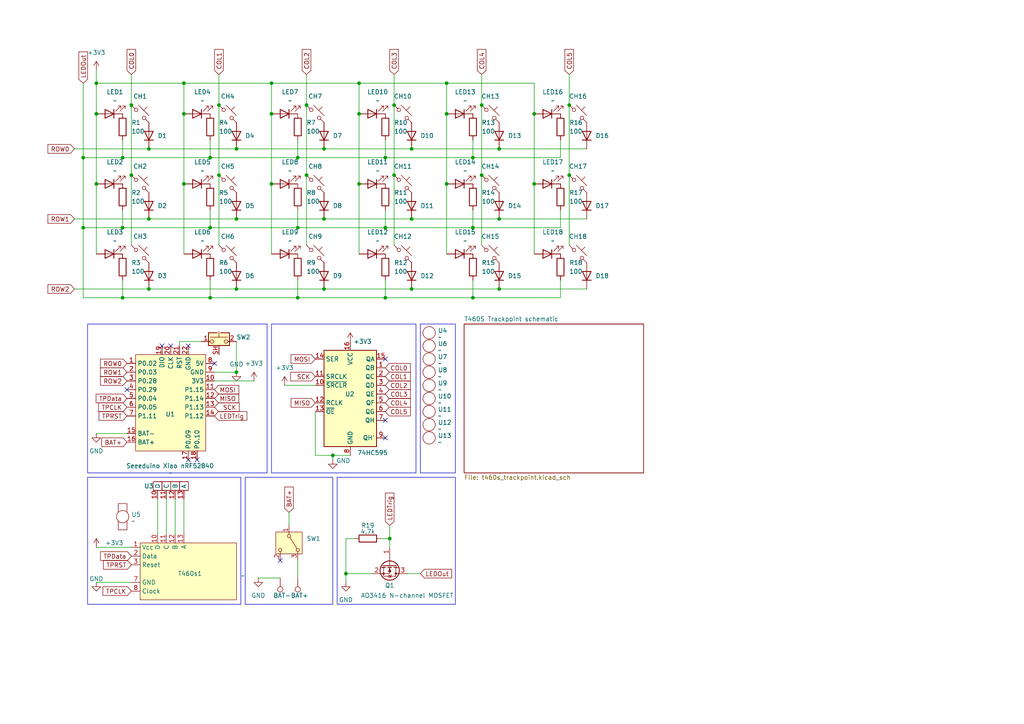
<source format=kicad_sch>
(kicad_sch (version 20231120) (generator "eeschema") (generator_version "8.0")
  (paper "A4")
  (junction (at 137.16 45.72))
  (junction (at 129.54 24.13))
  (junction (at 27.94 53.34))
  (junction (at 104.14 33.02))
  (junction (at 111.76 66.04))
  (junction (at 119.38 43.18))
  (junction (at 63.5 30.48))
  (junction (at 104.14 53.34))
  (junction (at 43.18 43.18))
  (junction (at 93.98 43.18))
  (junction (at 60.96 45.72))
  (junction (at 53.34 24.13))
  (junction (at 53.34 53.34))
  (junction (at 144.78 43.18))
  (junction (at 35.56 45.72))
  (junction (at 68.58 107.95))
  (junction (at 86.36 66.04))
  (junction (at 114.3 50.8))
  (junction (at 68.58 63.5))
  (junction (at 35.56 86.36))
  (junction (at 24.13 45.72))
  (junction (at 119.38 63.5))
  (junction (at 96.52 132.08))
  (junction (at 114.3 30.48))
  (junction (at 53.34 33.02))
  (junction (at 154.94 53.34))
  (junction (at 86.36 45.72))
  (junction (at 78.74 53.34))
  (junction (at 60.96 66.04))
  (junction (at 144.78 83.82))
  (junction (at 139.7 50.8))
  (junction (at 137.16 86.36))
  (junction (at 88.9 50.8))
  (junction (at 139.7 30.48))
  (junction (at 35.56 66.04))
  (junction (at 113.03 156.21))
  (junction (at 165.1 50.8))
  (junction (at 24.13 66.04))
  (junction (at 27.94 24.13))
  (junction (at 100.33 166.37))
  (junction (at 129.54 33.02))
  (junction (at 38.1 30.48))
  (junction (at 104.14 24.13))
  (junction (at 119.38 83.82))
  (junction (at 111.76 86.36))
  (junction (at 68.58 83.82))
  (junction (at 129.54 53.34))
  (junction (at 86.36 86.36))
  (junction (at 43.18 83.82))
  (junction (at 137.16 66.04))
  (junction (at 60.96 86.36))
  (junction (at 38.1 50.8))
  (junction (at 93.98 63.5))
  (junction (at 165.1 30.48))
  (junction (at 93.98 83.82))
  (junction (at 27.94 33.02))
  (junction (at 144.78 63.5))
  (junction (at 154.94 33.02))
  (junction (at 63.5 50.8))
  (junction (at 88.9 30.48))
  (junction (at 78.74 33.02))
  (junction (at 111.76 45.72))
  (junction (at 68.58 43.18))
  (junction (at 43.18 63.5))
  (junction (at 78.74 24.13))
  (no_connect (at 54.61 100.33))
  (no_connect (at 36.83 113.03))
  (no_connect (at 111.76 104.14))
  (no_connect (at 62.23 105.41))
  (no_connect (at 57.15 133.35))
  (no_connect (at 54.61 133.35))
  (no_connect (at 111.76 127))
  (no_connect (at 49.53 100.33))
  (no_connect (at 111.76 121.92))
  (no_connect (at 46.99 100.33))
  (no_connect (at 81.28 162.56))
  (wire (pts (xy 35.56 86.36) (xy 35.56 81.28)))
  (wire (pts (xy 165.1 50.8) (xy 165.1 71.12)))
  (wire (pts (xy 27.94 33.02) (xy 27.94 24.13)))
  (wire (pts (xy 24.13 45.72) (xy 35.56 45.72)))
  (wire (pts (xy 154.94 33.02) (xy 154.94 53.34)))
  (wire (pts (xy 68.58 63.5) (xy 93.98 63.5)))
  (wire (pts (xy 96.52 132.08) (xy 101.6 132.08)))
  (wire (pts (xy 27.94 168.91) (xy 38.1 168.91)))
  (wire (pts (xy 86.36 162.56) (xy 86.36 167.64)))
  (wire (pts (xy 27.94 24.13) (xy 53.34 24.13)))
  (wire (pts (xy 86.36 45.72) (xy 111.76 45.72)))
  (wire (pts (xy 86.36 66.04) (xy 111.76 66.04)))
  (wire (pts (xy 102.87 156.21) (xy 100.33 156.21)))
  (wire (pts (xy 27.94 33.02) (xy 27.94 53.34)))
  (wire (pts (xy 144.78 43.18) (xy 170.18 43.18)))
  (wire (pts (xy 63.5 30.48) (xy 63.5 50.8)))
  (wire (pts (xy 53.34 53.34) (xy 53.34 73.66)))
  (wire (pts (xy 78.74 53.34) (xy 78.74 73.66)))
  (wire (pts (xy 27.94 158.75) (xy 38.1 158.75)))
  (wire (pts (xy 129.54 24.13) (xy 129.54 33.02)))
  (wire (pts (xy 129.54 53.34) (xy 129.54 73.66)))
  (wire (pts (xy 53.34 24.13) (xy 78.74 24.13)))
  (wire (pts (xy 35.56 86.36) (xy 60.96 86.36)))
  (wire (pts (xy 137.16 45.72) (xy 162.56 45.72)))
  (wire (pts (xy 78.74 24.13) (xy 104.14 24.13)))
  (wire (pts (xy 60.96 45.72) (xy 86.36 45.72)))
  (wire (pts (xy 24.13 86.36) (xy 35.56 86.36)))
  (wire (pts (xy 60.96 86.36) (xy 86.36 86.36)))
  (wire (pts (xy 104.14 33.02) (xy 104.14 53.34)))
  (wire (pts (xy 24.13 24.13) (xy 24.13 45.72)))
  (wire (pts (xy 137.16 45.72) (xy 137.16 40.64)))
  (wire (pts (xy 154.94 24.13) (xy 154.94 33.02)))
  (wire (pts (xy 53.34 33.02) (xy 53.34 53.34)))
  (wire (pts (xy 62.23 110.49) (xy 73.66 110.49)))
  (wire (pts (xy 50.8 144.78) (xy 50.8 154.94)))
  (wire (pts (xy 119.38 43.18) (xy 144.78 43.18)))
  (wire (pts (xy 68.58 83.82) (xy 93.98 83.82)))
  (wire (pts (xy 100.33 166.37) (xy 107.95 166.37)))
  (wire (pts (xy 83.82 152.4) (xy 83.82 148.59)))
  (wire (pts (xy 43.18 63.5) (xy 68.58 63.5)))
  (wire (pts (xy 86.36 45.72) (xy 86.36 40.64)))
  (wire (pts (xy 24.13 45.72) (xy 24.13 66.04)))
  (wire (pts (xy 21.59 83.82) (xy 43.18 83.82)))
  (wire (pts (xy 35.56 45.72) (xy 35.56 40.64)))
  (wire (pts (xy 60.96 45.72) (xy 60.96 40.64)))
  (wire (pts (xy 35.56 66.04) (xy 60.96 66.04)))
  (wire (pts (xy 139.7 50.8) (xy 139.7 71.12)))
  (wire (pts (xy 113.03 156.21) (xy 113.03 158.75)))
  (wire (pts (xy 88.9 21.59) (xy 88.9 30.48)))
  (wire (pts (xy 104.14 24.13) (xy 104.14 33.02)))
  (wire (pts (xy 35.56 45.72) (xy 60.96 45.72)))
  (wire (pts (xy 114.3 30.48) (xy 114.3 50.8)))
  (wire (pts (xy 88.9 50.8) (xy 88.9 71.12)))
  (wire (pts (xy 104.14 24.13) (xy 129.54 24.13)))
  (wire (pts (xy 165.1 30.48) (xy 165.1 50.8)))
  (wire (pts (xy 137.16 66.04) (xy 137.16 60.96)))
  (wire (pts (xy 78.74 33.02) (xy 78.74 53.34)))
  (wire (pts (xy 129.54 33.02) (xy 129.54 53.34)))
  (wire (pts (xy 114.3 21.59) (xy 114.3 30.48)))
  (wire (pts (xy 162.56 66.04) (xy 162.56 60.96)))
  (wire (pts (xy 96.52 133.35) (xy 96.52 132.08)))
  (wire (pts (xy 93.98 63.5) (xy 119.38 63.5)))
  (wire (pts (xy 74.93 167.64) (xy 81.28 167.64)))
  (wire (pts (xy 86.36 86.36) (xy 111.76 86.36)))
  (wire (pts (xy 78.74 24.13) (xy 78.74 33.02)))
  (wire (pts (xy 119.38 63.5) (xy 144.78 63.5)))
  (wire (pts (xy 60.96 66.04) (xy 60.96 60.96)))
  (wire (pts (xy 111.76 86.36) (xy 111.76 81.28)))
  (wire (pts (xy 45.72 144.78) (xy 45.72 154.94)))
  (wire (pts (xy 86.36 66.04) (xy 86.36 60.96)))
  (wire (pts (xy 24.13 66.04) (xy 24.13 86.36)))
  (wire (pts (xy 68.58 43.18) (xy 93.98 43.18)))
  (wire (pts (xy 118.11 166.37) (xy 121.92 166.37)))
  (wire (pts (xy 110.49 156.21) (xy 113.03 156.21)))
  (wire (pts (xy 27.94 125.73) (xy 36.83 125.73)))
  (wire (pts (xy 154.94 53.34) (xy 154.94 73.66)))
  (wire (pts (xy 68.58 107.95) (xy 68.58 99.06)))
  (wire (pts (xy 113.03 152.4) (xy 113.03 156.21)))
  (wire (pts (xy 162.56 86.36) (xy 162.56 81.28)))
  (wire (pts (xy 139.7 21.59) (xy 139.7 30.48)))
  (wire (pts (xy 38.1 30.48) (xy 38.1 50.8)))
  (wire (pts (xy 43.18 43.18) (xy 68.58 43.18)))
  (wire (pts (xy 52.07 100.33) (xy 52.07 99.06)))
  (wire (pts (xy 27.94 20.32) (xy 27.94 24.13)))
  (wire (pts (xy 24.13 66.04) (xy 35.56 66.04)))
  (wire (pts (xy 137.16 86.36) (xy 137.16 81.28)))
  (wire (pts (xy 68.58 107.95) (xy 62.23 107.95)))
  (wire (pts (xy 48.26 144.78) (xy 48.26 154.94)))
  (wire (pts (xy 137.16 86.36) (xy 162.56 86.36)))
  (wire (pts (xy 43.18 83.82) (xy 68.58 83.82)))
  (wire (pts (xy 63.5 21.59) (xy 63.5 30.48)))
  (wire (pts (xy 144.78 63.5) (xy 170.18 63.5)))
  (wire (pts (xy 137.16 66.04) (xy 162.56 66.04)))
  (wire (pts (xy 91.44 132.08) (xy 96.52 132.08)))
  (wire (pts (xy 129.54 24.13) (xy 154.94 24.13)))
  (wire (pts (xy 82.55 111.76) (xy 91.44 111.76)))
  (wire (pts (xy 35.56 66.04) (xy 35.56 60.96)))
  (wire (pts (xy 111.76 86.36) (xy 137.16 86.36)))
  (wire (pts (xy 111.76 66.04) (xy 137.16 66.04)))
  (wire (pts (xy 100.33 166.37) (xy 100.33 168.91)))
  (wire (pts (xy 144.78 83.82) (xy 170.18 83.82)))
  (wire (pts (xy 86.36 86.36) (xy 86.36 81.28)))
  (wire (pts (xy 21.59 63.5) (xy 43.18 63.5)))
  (wire (pts (xy 114.3 50.8) (xy 114.3 71.12)))
  (wire (pts (xy 111.76 45.72) (xy 111.76 40.64)))
  (wire (pts (xy 91.44 119.38) (xy 91.44 132.08)))
  (wire (pts (xy 111.76 45.72) (xy 137.16 45.72)))
  (wire (pts (xy 38.1 50.8) (xy 38.1 71.12)))
  (wire (pts (xy 27.94 53.34) (xy 27.94 73.66)))
  (wire (pts (xy 21.59 43.18) (xy 43.18 43.18)))
  (wire (pts (xy 119.38 83.82) (xy 144.78 83.82)))
  (wire (pts (xy 88.9 30.48) (xy 88.9 50.8)))
  (wire (pts (xy 165.1 21.59) (xy 165.1 30.48)))
  (wire (pts (xy 93.98 83.82) (xy 119.38 83.82)))
  (wire (pts (xy 38.1 21.59) (xy 38.1 30.48)))
  (wire (pts (xy 162.56 45.72) (xy 162.56 40.64)))
  (wire (pts (xy 104.14 53.34) (xy 104.14 73.66)))
  (wire (pts (xy 60.96 66.04) (xy 86.36 66.04)))
  (wire (pts (xy 53.34 24.13) (xy 53.34 33.02)))
  (wire (pts (xy 93.98 43.18) (xy 119.38 43.18)))
  (wire (pts (xy 139.7 30.48) (xy 139.7 50.8)))
  (wire (pts (xy 111.76 66.04) (xy 111.76 60.96)))
  (wire (pts (xy 60.96 86.36) (xy 60.96 81.28)))
  (wire (pts (xy 63.5 50.8) (xy 63.5 71.12)))
  (wire (pts (xy 100.33 156.21) (xy 100.33 166.37)))
  (wire (pts (xy 52.07 99.06) (xy 58.42 99.06)))
  (wire (pts (xy 53.34 144.78) (xy 53.34 154.94)))
  (rectangle (start 25.4 138.43) (end 69.85 175.26))
  (rectangle (start 121.92 93.98) (end 132.08 137.16))
  (rectangle (start 25.4 93.98) (end 77.47 137.16))
  (rectangle (start 97.79 138.43) (end 132.08 175.26))
  (rectangle (start 78.74 93.98) (end 120.65 137.16))
  (rectangle (start 71.12 138.43) (end 96.52 175.26))
  (global_label "COL5" (shape input) (at 165.1 21.59 90) (property "Intersheetrefs" "${INTERSHEET_REFS}" (effects (hide yes))))
  (global_label "TPData" (shape input) (at 36.83 115.57 180) (property "Intersheetrefs" "${INTERSHEET_REFS}" (effects (hide yes))))
  (global_label "MISO" (shape input) (at 62.23 115.57 0) (property "Intersheetrefs" "${INTERSHEET_REFS}" (effects (hide yes))))
  (global_label "LEDTrig" (shape input) (at 62.23 120.65 0) (property "Intersheetrefs" "${INTERSHEET_REFS}" (effects (hide yes))))
  (global_label " SCK" (shape input) (at 91.44 109.22 180) (property "Intersheetrefs" "${INTERSHEET_REFS}" (effects (hide yes))))
  (global_label "COL4" (shape input) (at 111.76 116.84 0) (property "Intersheetrefs" "${INTERSHEET_REFS}" (effects (hide yes))))
  (global_label "MOSI" (shape input) (at 62.23 113.03 0) (property "Intersheetrefs" "${INTERSHEET_REFS}" (effects (hide yes))))
  (global_label "COL1" (shape input) (at 63.5 21.59 90) (property "Intersheetrefs" "${INTERSHEET_REFS}" (effects (hide yes))))
  (global_label "TPRST" (shape input) (at 38.1 163.83 180) (property "Intersheetrefs" "${INTERSHEET_REFS}" (effects (hide yes))))
  (global_label "LEDOut" (shape input) (at 121.92 166.37 0) (property "Intersheetrefs" "${INTERSHEET_REFS}" (effects (hide yes))))
  (global_label "BAT+" (shape input) (at 36.83 128.27 180) (property "Intersheetrefs" "${INTERSHEET_REFS}" (effects (hide yes))))
  (global_label "ROW0" (shape input) (at 21.59 43.18 180) (property "Intersheetrefs" "${INTERSHEET_REFS}" (effects (hide yes))))
  (global_label " SCK" (shape input) (at 62.23 118.11 0) (property "Intersheetrefs" "${INTERSHEET_REFS}" (effects (hide yes))))
  (global_label "COL1" (shape input) (at 111.76 109.22 0) (property "Intersheetrefs" "${INTERSHEET_REFS}" (effects (hide yes))))
  (global_label "COL4" (shape input) (at 139.7 21.59 90) (property "Intersheetrefs" "${INTERSHEET_REFS}" (effects (hide yes))))
  (global_label "ROW0" (shape input) (at 36.83 105.41 180) (property "Intersheetrefs" "${INTERSHEET_REFS}" (effects (hide yes))))
  (global_label "MISO" (shape input) (at 91.44 116.84 180) (property "Intersheetrefs" "${INTERSHEET_REFS}" (effects (hide yes))))
  (global_label "COL0" (shape input) (at 38.1 21.59 90) (property "Intersheetrefs" "${INTERSHEET_REFS}" (effects (hide yes))))
  (global_label "LEDOut" (shape input) (at 24.13 24.13 90) (property "Intersheetrefs" "${INTERSHEET_REFS}" (effects (hide yes))))
  (global_label "TPData" (shape input) (at 38.1 161.29 180) (property "Intersheetrefs" "${INTERSHEET_REFS}" (effects (hide yes))))
  (global_label "ROW1" (shape input) (at 36.83 107.95 180) (property "Intersheetrefs" "${INTERSHEET_REFS}" (effects (hide yes))))
  (global_label "MOSI" (shape input) (at 91.44 104.14 180) (property "Intersheetrefs" "${INTERSHEET_REFS}" (effects (hide yes))))
  (global_label "TPCLK" (shape input) (at 36.83 118.11 180) (property "Intersheetrefs" "${INTERSHEET_REFS}" (effects (hide yes))))
  (global_label "ROW1" (shape input) (at 21.59 63.5 180) (property "Intersheetrefs" "${INTERSHEET_REFS}" (effects (hide yes))))
  (global_label "COL2" (shape input) (at 88.9 21.59 90) (property "Intersheetrefs" "${INTERSHEET_REFS}" (effects (hide yes))))
  (global_label "TPCLK" (shape input) (at 38.1 171.45 180) (property "Intersheetrefs" "${INTERSHEET_REFS}" (effects (hide yes))))
  (global_label "COL2" (shape input) (at 111.76 111.76 0) (property "Intersheetrefs" "${INTERSHEET_REFS}" (effects (hide yes))))
  (global_label "COL0" (shape input) (at 111.76 106.68 0) (property "Intersheetrefs" "${INTERSHEET_REFS}" (effects (hide yes))))
  (global_label "COL3" (shape input) (at 114.3 21.59 90) (property "Intersheetrefs" "${INTERSHEET_REFS}" (effects (hide yes))))
  (global_label "ROW2" (shape input) (at 36.83 110.49 180) (property "Intersheetrefs" "${INTERSHEET_REFS}" (effects (hide yes))))
  (global_label "LEDTrig" (shape input) (at 113.03 152.4 90) (property "Intersheetrefs" "${INTERSHEET_REFS}" (effects (hide yes))))
  (global_label "BAT+" (shape input) (at 83.82 148.59 90) (property "Intersheetrefs" "${INTERSHEET_REFS}" (effects (hide yes))))
  (global_label "COL5" (shape input) (at 111.76 119.38 0) (property "Intersheetrefs" "${INTERSHEET_REFS}" (effects (hide yes))))
  (global_label "TPRST" (shape input) (at 36.83 120.65 180) (property "Intersheetrefs" "${INTERSHEET_REFS}" (effects (hide yes))))
  (global_label "ROW2" (shape input) (at 21.59 83.82 180) (property "Intersheetrefs" "${INTERSHEET_REFS}" (effects (hide yes))))
  (global_label "COL3" (shape input) (at 111.76 114.3 0) (property "Intersheetrefs" "${INTERSHEET_REFS}" (effects (hide yes))))
  (symbol (lib_id "marbastlib-choc:choc_v1_SW_HS_CPG135001S30") (at 116.84 33.02 0) (unit 1) (in_bom no)
    (property "Reference" "CH10" (at 116.84 27.94 0))
    (property "Value" "KSwitch" (effects (hide yes)))
    (property "Footprint" "choc:SW_Hotswap_Kailh_Choc_V1V2_Reverse_LED_1.00u" (effects (hide yes)))
    (property "Description" "Push button switch, normally open, two pins, 45° tilted" (effects (hide yes)))
  )
  (symbol (lib_id "Trackpoint:T460s") (at 54.61 166.37 0) (unit 1)
    (property "Reference" "T460s1" (at 51.562 166.37 0) (effects (justify left)))
    (property "Value" "~" (at 69.85 167.005 0) (effects (justify left)))
    (property "Footprint" "Reversible-KB:Trackpoint_T460s_Board_no_flip" (effects (hide yes)))
  )
  (symbol (lib_id "marbastlib-choc:choc_v1_SW_HS_CPG135001S30") (at 66.04 73.66 0) (unit 1) (in_bom no)
    (property "Reference" "CH6" (at 66.04 68.58 0))
    (property "Value" "KSwitch" (effects (hide yes)))
    (property "Footprint" "choc:SW_Hotswap_Kailh_Choc_V1V2_Reverse_LED_1.00u" (effects (hide yes)))
    (property "Description" "Push button switch, normally open, two pins, 45° tilted" (effects (hide yes)))
  )
  (symbol (lib_id "LED:IR26-21C_L110_TR8") (at 107.95 33.02 180) (unit 1)
    (property "Reference" "LED10" (at 109.5375 26.67 0))
    (property "Value" "~" (at 109.5375 29.21 0))
    (property "Footprint" "LED_SMD:LED_0805_2012Metric" (effects (hide yes)))
    (property "Datasheet" "http://www.everlight.com/file/ProductFile/IR26-21C-L110-TR8.pdf" (effects (hide yes)))
    (property "Description" "940nm, 20 deg, Infrared LED, 1206" (effects (hide yes)))
  )
  (symbol (lib_id "LED:IR26-21C_L110_TR8") (at 133.35 33.02 180) (unit 1)
    (property "Reference" "LED13" (at 134.9375 26.67 0))
    (property "Value" "~" (at 134.9375 29.21 0))
    (property "Footprint" "LED_SMD:LED_0805_2012Metric" (effects (hide yes)))
    (property "Datasheet" "http://www.everlight.com/file/ProductFile/IR26-21C-L110-TR8.pdf" (effects (hide yes)))
    (property "Description" "940nm, 20 deg, Infrared LED, 1206" (effects (hide yes)))
  )
  (symbol (lib_id "Device:R") (at 35.56 36.83 0) (unit 1)
    (property "Reference" "R1" (at 38.1 35.5599 0) (effects (justify left)))
    (property "Value" "100" (at 38.1 38.0999 0) (effects (justify left)))
    (property "Footprint" "Resistor_SMD:R_0805_2012Metric" (effects (hide yes)))
    (property "Description" "Resistor" (effects (hide yes)))
  )
  (symbol (lib_id "LED:IR26-21C_L110_TR8") (at 158.75 33.02 180) (unit 1)
    (property "Reference" "LED16" (at 160.3375 26.67 0))
    (property "Value" "~" (at 160.3375 29.21 0))
    (property "Footprint" "LED_SMD:LED_0805_2012Metric" (effects (hide yes)))
    (property "Datasheet" "http://www.everlight.com/file/ProductFile/IR26-21C-L110-TR8.pdf" (effects (hide yes)))
    (property "Description" "940nm, 20 deg, Infrared LED, 1206" (effects (hide yes)))
  )
  (symbol (lib_id "power:+3V3") (at 27.94 158.75 0) (unit 1)
    (property "Reference" "#PWR02" (effects (hide yes)))
    (property "Value" "+3V3" (at 30.48 157.4799 0) (effects (justify left)))
    (property "Description" "Power symbol creates a global label with name \"+3V3\"" (effects (hide yes)))
  )
  (symbol (lib_id "Device:D") (at 43.18 80.01 90) (unit 1)
    (property "Reference" "D3" (at 45.72 80.0099 90) (effects (justify right)))
    (property "Value" "D" (effects (hide yes)))
    (property "Footprint" "Diode_SMD:D_SOD-323_HandSoldering" (effects (hide yes)))
    (property "Description" "Diode" (effects (hide yes)))
    (property "Sim.Device" "D" (effects (hide yes)))
    (property "Sim.Pins" "1=K 2=A" (effects (hide yes)))
  )
  (symbol (lib_name "Connector_1") (lib_id "Trackpoint:Connector") (at 49.53 140.97 0) (unit 1)
    (property "Reference" "U3" (at 43.18 140.97 0))
    (property "Value" "~" (at 49.53 137.16 0))
    (property "Footprint" "choc:Trackpoint_Connector" (effects (hide yes)))
  )
  (symbol (lib_id "marbastlib-choc:choc_v1_SW_HS_CPG135001S30") (at 91.44 33.02 0) (unit 1) (in_bom no)
    (property "Reference" "CH7" (at 91.44 27.94 0))
    (property "Value" "KSwitch" (effects (hide yes)))
    (property "Footprint" "choc:SW_Hotswap_Kailh_Choc_V1V2_Reverse_LED_1.00u" (effects (hide yes)))
    (property "Description" "Push button switch, normally open, two pins, 45° tilted" (effects (hide yes)))
  )
  (symbol (lib_id "Device:R") (at 60.96 36.83 0) (unit 1)
    (property "Reference" "R4" (at 63.5 35.5599 0) (effects (justify left)))
    (property "Value" "100" (at 63.5 38.0999 0) (effects (justify left)))
    (property "Footprint" "Resistor_SMD:R_0805_2012Metric" (effects (hide yes)))
    (property "Description" "Resistor" (effects (hide yes)))
  )
  (symbol (lib_id "marbastlib-choc:choc_v1_SW_HS_CPG135001S30") (at 40.64 53.34 0) (unit 1) (in_bom no)
    (property "Reference" "CH2" (at 40.64 48.26 0))
    (property "Value" "KSwitch" (effects (hide yes)))
    (property "Footprint" "choc:SW_Hotswap_Kailh_Choc_V1V2_Reverse_LED_1.00u" (effects (hide yes)))
    (property "Description" "Push button switch, normally open, two pins, 45° tilted" (effects (hide yes)))
  )
  (symbol (lib_id "Trackpoint:Solder_Nut") (at 124.46 123.19 0) (unit 1)
    (property "Reference" "U12" (at 127 122.5549 0) (effects (justify left)))
    (property "Value" "~" (at 127 124.46 0) (effects (justify left)))
    (property "Footprint" "choc:Solder Nut" (effects (hide yes)))
  )
  (symbol (lib_id "Device:D") (at 119.38 80.01 90) (unit 1)
    (property "Reference" "D12" (at 121.92 80.0099 90) (effects (justify right)))
    (property "Value" "D" (effects (hide yes)))
    (property "Footprint" "Diode_SMD:D_SOD-323_HandSoldering" (effects (hide yes)))
    (property "Description" "Diode" (effects (hide yes)))
    (property "Sim.Device" "D" (effects (hide yes)))
    (property "Sim.Pins" "1=K 2=A" (effects (hide yes)))
  )
  (symbol (lib_id "Trackpoint:Solder_Nut") (at 124.46 100.33 0) (unit 1)
    (property "Reference" "U6" (at 127 99.6949 0) (effects (justify left)))
    (property "Value" "~" (at 127 101.6 0) (effects (justify left)))
    (property "Footprint" "choc:Solder Nut" (effects (hide yes)))
  )
  (symbol (lib_id "power:GND") (at 27.94 125.73 0) (unit 1)
    (property "Reference" "#PWR04" (effects (hide yes)))
    (property "Value" "GND" (at 27.94 130.81 0))
    (property "Description" "Power symbol creates a global label with name \"GND\" , ground" (effects (hide yes)))
  )
  (symbol (lib_id "Device:R") (at 111.76 77.47 0) (unit 1)
    (property "Reference" "R12" (at 114.3 76.1999 0) (effects (justify left)))
    (property "Value" "100" (at 114.3 78.7399 0) (effects (justify left)))
    (property "Footprint" "Resistor_SMD:R_0805_2012Metric" (effects (hide yes)))
    (property "Description" "Resistor" (effects (hide yes)))
  )
  (symbol (lib_id "marbastlib-choc:choc_v1_SW_HS_CPG135001S30") (at 142.24 73.66 0) (unit 1) (in_bom no)
    (property "Reference" "CH15" (at 142.24 68.58 0))
    (property "Value" "KSwitch" (effects (hide yes)))
    (property "Footprint" "choc:SW_Hotswap_Kailh_Choc_V1V2_Reverse_LED_1.00u" (effects (hide yes)))
    (property "Description" "Push button switch, normally open, two pins, 45° tilted" (effects (hide yes)))
  )
  (symbol (lib_id "Device:D") (at 119.38 39.37 90) (unit 1)
    (property "Reference" "D10" (at 121.92 39.3699 90) (effects (justify right)))
    (property "Value" "D" (effects (hide yes)))
    (property "Footprint" "Diode_SMD:D_SOD-323_HandSoldering" (effects (hide yes)))
    (property "Description" "Diode" (effects (hide yes)))
    (property "Sim.Device" "D" (effects (hide yes)))
    (property "Sim.Pins" "1=K 2=A" (effects (hide yes)))
  )
  (symbol (lib_id "power:+3V3") (at 101.6 99.06 0) (unit 1)
    (property "Reference" "#PWR011" (effects (hide yes)))
    (property "Value" "+3V3" (at 105.156 99.06 0))
    (property "Description" "Power symbol creates a global label with name \"+3V3\"" (effects (hide yes)))
  )
  (symbol (lib_id "marbastlib-choc:choc_v1_SW_HS_CPG135001S30") (at 116.84 73.66 0) (unit 1) (in_bom no)
    (property "Reference" "CH12" (at 116.84 68.58 0))
    (property "Value" "KSwitch" (effects (hide yes)))
    (property "Footprint" "choc:SW_Hotswap_Kailh_Choc_V1V2_Reverse_LED_1.00u" (effects (hide yes)))
    (property "Description" "Push button switch, normally open, two pins, 45° tilted" (effects (hide yes)))
  )
  (symbol (lib_id "Device:R") (at 60.96 57.15 0) (unit 1)
    (property "Reference" "R5" (at 63.5 55.8799 0) (effects (justify left)))
    (property "Value" "100" (at 63.5 58.4199 0) (effects (justify left)))
    (property "Footprint" "Resistor_SMD:R_0805_2012Metric" (effects (hide yes)))
    (property "Description" "Resistor" (effects (hide yes)))
  )
  (symbol (lib_id "LED:IR26-21C_L110_TR8") (at 57.15 73.66 180) (unit 1)
    (property "Reference" "LED6" (at 58.7375 67.31 0))
    (property "Value" "~" (at 58.7375 69.85 0))
    (property "Footprint" "LED_SMD:LED_0805_2012Metric" (effects (hide yes)))
    (property "Datasheet" "http://www.everlight.com/file/ProductFile/IR26-21C-L110-TR8.pdf" (effects (hide yes)))
    (property "Description" "940nm, 20 deg, Infrared LED, 1206" (effects (hide yes)))
  )
  (symbol (lib_id "Device:D") (at 43.18 59.69 90) (unit 1)
    (property "Reference" "D2" (at 45.72 59.6899 90) (effects (justify right)))
    (property "Value" "D" (effects (hide yes)))
    (property "Footprint" "Diode_SMD:D_SOD-323_HandSoldering" (effects (hide yes)))
    (property "Description" "Diode" (effects (hide yes)))
    (property "Sim.Device" "D" (effects (hide yes)))
    (property "Sim.Pins" "1=K 2=A" (effects (hide yes)))
  )
  (symbol (lib_id "marbastlib-choc:choc_v1_SW_HS_CPG135001S30") (at 142.24 33.02 0) (unit 1) (in_bom no)
    (property "Reference" "CH13" (at 142.24 27.94 0))
    (property "Value" "KSwitch" (effects (hide yes)))
    (property "Footprint" "choc:SW_Hotswap_Kailh_Choc_V1V2_Reverse_LED_1.00u" (effects (hide yes)))
    (property "Description" "Push button switch, normally open, two pins, 45° tilted" (effects (hide yes)))
  )
  (symbol (lib_id "Device:Q_NMOS_GSD") (at 113.03 163.83 270) (unit 1)
    (property "Reference" "Q1" (at 113.03 169.799 90))
    (property "Value" "AO3416 N-channel MOSFET" (at 118.11 172.72 90))
    (property "Footprint" "Package_TO_SOT_SMD:SOT-23" (effects (hide yes)))
    (property "LCSC Part Number" "C479060" (effects (hide yes)))
    (property "MPN" "AO3416" (effects (hide yes)))
  )
  (symbol (lib_id "Device:R") (at 35.56 77.47 0) (unit 1)
    (property "Reference" "R3" (at 38.1 76.1999 0) (effects (justify left)))
    (property "Value" "100" (at 38.1 78.7399 0) (effects (justify left)))
    (property "Footprint" "Resistor_SMD:R_0805_2012Metric" (effects (hide yes)))
    (property "Description" "Resistor" (effects (hide yes)))
  )
  (symbol (lib_id "power:+3V3") (at 73.66 110.49 0) (unit 1)
    (property "Reference" "#PWR07" (effects (hide yes)))
    (property "Value" "+3V3" (at 73.66 105.41 0))
    (property "Description" "Power symbol creates a global label with name \"+3V3\"" (effects (hide yes)))
  )
  (symbol (lib_id "Device:R") (at 137.16 57.15 0) (unit 1)
    (property "Reference" "R14" (at 139.7 55.8799 0) (effects (justify left)))
    (property "Value" "100" (at 139.7 58.4199 0) (effects (justify left)))
    (property "Footprint" "Resistor_SMD:R_0805_2012Metric" (effects (hide yes)))
    (property "Description" "Resistor" (effects (hide yes)))
  )
  (symbol (lib_id "Device:D") (at 119.38 59.69 90) (unit 1)
    (property "Reference" "D11" (at 121.92 59.6899 90) (effects (justify right)))
    (property "Value" "D" (effects (hide yes)))
    (property "Footprint" "Diode_SMD:D_SOD-323_HandSoldering" (effects (hide yes)))
    (property "Description" "Diode" (effects (hide yes)))
    (property "Sim.Device" "D" (effects (hide yes)))
    (property "Sim.Pins" "1=K 2=A" (effects (hide yes)))
  )
  (symbol (lib_id "Device:D") (at 170.18 80.01 90) (unit 1)
    (property "Reference" "D18" (at 172.72 80.0099 90) (effects (justify right)))
    (property "Value" "D" (effects (hide yes)))
    (property "Footprint" "Diode_SMD:D_SOD-323_HandSoldering" (effects (hide yes)))
    (property "Description" "Diode" (effects (hide yes)))
    (property "Sim.Device" "D" (effects (hide yes)))
    (property "Sim.Pins" "1=K 2=A" (effects (hide yes)))
  )
  (symbol (lib_id "marbastlib-choc:choc_v1_SW_HS_CPG135001S30") (at 91.44 73.66 0) (unit 1) (in_bom no)
    (property "Reference" "CH9" (at 91.44 68.58 0))
    (property "Value" "KSwitch" (effects (hide yes)))
    (property "Footprint" "choc:SW_Hotswap_Kailh_Choc_V1V2_Reverse_LED_1.00u" (effects (hide yes)))
    (property "Description" "Push button switch, normally open, two pins, 45° tilted" (effects (hide yes)))
  )
  (symbol (lib_id "LED:IR26-21C_L110_TR8") (at 82.55 33.02 180) (unit 1)
    (property "Reference" "LED7" (at 84.1375 26.67 0))
    (property "Value" "~" (at 84.1375 29.21 0))
    (property "Footprint" "LED_SMD:LED_0805_2012Metric" (effects (hide yes)))
    (property "Datasheet" "http://www.everlight.com/file/ProductFile/IR26-21C-L110-TR8.pdf" (effects (hide yes)))
    (property "Description" "940nm, 20 deg, Infrared LED, 1206" (effects (hide yes)))
  )
  (symbol (lib_id "LED:IR26-21C_L110_TR8") (at 31.75 33.02 180) (unit 1)
    (property "Reference" "LED1" (at 33.3375 26.67 0))
    (property "Value" "~" (at 33.3375 29.21 0))
    (property "Footprint" "LED_SMD:LED_0805_2012Metric" (effects (hide yes)))
    (property "Datasheet" "http://www.everlight.com/file/ProductFile/IR26-21C-L110-TR8.pdf" (effects (hide yes)))
    (property "Description" "940nm, 20 deg, Infrared LED, 1206" (effects (hide yes)))
  )
  (symbol (lib_id "power:GND") (at 68.58 107.95 0) (unit 1)
    (property "Reference" "#PWR05" (effects (hide yes)))
    (property "Value" "GND" (at 66.548 105.664 0) (effects (justify left)))
    (property "Description" "Power symbol creates a global label with name \"GND\" , ground" (effects (hide yes)))
  )
  (symbol (lib_id "Switch:CK_KMS2xxG") (at 63.5 99.06 0) (unit 1)
    (property "Reference" "SW2" (at 70.612 97.79 0))
    (property "Value" "CK_KMS2xxG" (effects (hide yes)))
    (property "Footprint" "Button_Switch_SMD:SW_SPST_CK_KMS2xxGP" (effects (hide yes)))
    (property "Datasheet" "https://www.ckswitches.com/media/1482/kms.pdf" (effects (hide yes)))
    (property "Description" "Microminiature SMT Side Actuated, 4.2 x 2.8 x 1.42mm, without pegs, with shield pin" (effects (hide yes)))
  )
  (symbol (lib_id "LED:IR26-21C_L110_TR8") (at 133.35 73.66 180) (unit 1)
    (property "Reference" "LED15" (at 134.9375 67.31 0))
    (property "Value" "~" (at 134.9375 69.85 0))
    (property "Footprint" "LED_SMD:LED_0805_2012Metric" (effects (hide yes)))
    (property "Datasheet" "http://www.everlight.com/file/ProductFile/IR26-21C-L110-TR8.pdf" (effects (hide yes)))
    (property "Description" "940nm, 20 deg, Infrared LED, 1206" (effects (hide yes)))
  )
  (symbol (lib_id "power:GND") (at 74.93 167.64 0) (unit 1)
    (property "Reference" "#PWR06" (effects (hide yes)))
    (property "Value" "GND" (at 74.93 172.72 0))
    (property "Description" "Power symbol creates a global label with name \"GND\" , ground" (effects (hide yes)))
  )
  (symbol (lib_id "Device:R") (at 60.96 77.47 0) (unit 1)
    (property "Reference" "R6" (at 63.5 76.1999 0) (effects (justify left)))
    (property "Value" "100" (at 63.5 78.7399 0) (effects (justify left)))
    (property "Footprint" "Resistor_SMD:R_0805_2012Metric" (effects (hide yes)))
    (property "Description" "Resistor" (effects (hide yes)))
  )
  (symbol (lib_id "Device:R") (at 162.56 77.47 0) (unit 1)
    (property "Reference" "R18" (at 165.1 76.1999 0) (effects (justify left)))
    (property "Value" "100" (at 165.1 78.7399 0) (effects (justify left)))
    (property "Footprint" "Resistor_SMD:R_0805_2012Metric" (effects (hide yes)))
    (property "Description" "Resistor" (effects (hide yes)))
  )
  (symbol (lib_id "Device:R") (at 111.76 57.15 0) (unit 1)
    (property "Reference" "R11" (at 114.3 55.8799 0) (effects (justify left)))
    (property "Value" "100" (at 114.3 58.4199 0) (effects (justify left)))
    (property "Footprint" "Resistor_SMD:R_0805_2012Metric" (effects (hide yes)))
    (property "Description" "Resistor" (effects (hide yes)))
  )
  (symbol (lib_id "Device:R") (at 162.56 36.83 0) (unit 1)
    (property "Reference" "R16" (at 165.1 35.5599 0) (effects (justify left)))
    (property "Value" "100" (at 165.1 38.0999 0) (effects (justify left)))
    (property "Footprint" "Resistor_SMD:R_0805_2012Metric" (effects (hide yes)))
    (property "Description" "Resistor" (effects (hide yes)))
  )
  (symbol (lib_id "Device:D") (at 93.98 59.69 90) (unit 1)
    (property "Reference" "D8" (at 96.52 59.6899 90) (effects (justify right)))
    (property "Value" "D" (effects (hide yes)))
    (property "Footprint" "Diode_SMD:D_SOD-323_HandSoldering" (effects (hide yes)))
    (property "Description" "Diode" (effects (hide yes)))
    (property "Sim.Device" "D" (effects (hide yes)))
    (property "Sim.Pins" "1=K 2=A" (effects (hide yes)))
  )
  (symbol (lib_id "marbastlib-choc:choc_v1_SW_HS_CPG135001S30") (at 116.84 53.34 0) (unit 1) (in_bom no)
    (property "Reference" "CH11" (at 116.84 48.26 0))
    (property "Value" "KSwitch" (effects (hide yes)))
    (property "Footprint" "choc:SW_Hotswap_Kailh_Choc_V1V2_Reverse_LED_1.00u" (effects (hide yes)))
    (property "Description" "Push button switch, normally open, two pins, 45° tilted" (effects (hide yes)))
  )
  (symbol (lib_id "marbastlib-choc:choc_v1_SW_HS_CPG135001S30") (at 40.64 33.02 0) (unit 1) (in_bom no)
    (property "Reference" "CH1" (at 40.64 27.94 0))
    (property "Value" "KSwitch" (effects (hide yes)))
    (property "Footprint" "choc:SW_Hotswap_Kailh_Choc_V1V2_Reverse_LED_1.00u" (effects (hide yes)))
    (property "Description" "Push button switch, normally open, two pins, 45° tilted" (effects (hide yes)))
  )
  (symbol (lib_id "marbastlib-choc:choc_v1_SW_HS_CPG135001S30") (at 66.04 53.34 0) (unit 1) (in_bom no)
    (property "Reference" "CH5" (at 66.04 48.26 0))
    (property "Value" "KSwitch" (effects (hide yes)))
    (property "Footprint" "choc:SW_Hotswap_Kailh_Choc_V1V2_Reverse_LED_1.00u" (effects (hide yes)))
    (property "Description" "Push button switch, normally open, two pins, 45° tilted" (effects (hide yes)))
  )
  (symbol (lib_id "Device:D") (at 43.18 39.37 90) (unit 1)
    (property "Reference" "D1" (at 45.72 39.3699 90) (effects (justify right)))
    (property "Value" "D" (effects (hide yes)))
    (property "Footprint" "Diode_SMD:D_SOD-323_HandSoldering" (effects (hide yes)))
    (property "Description" "Diode" (effects (hide yes)))
    (property "Sim.Device" "D" (effects (hide yes)))
    (property "Sim.Pins" "1=K 2=A" (effects (hide yes)))
  )
  (symbol (lib_id "Connector:TestPoint") (at 86.36 167.64 180) (unit 1) (in_bom no)
    (property "Reference" "TP2" (effects (hide yes)))
    (property "Value" "BAT+" (at 84.328 172.72 0) (effects (justify right)))
    (property "Footprint" "TestPoint:TestPoint_THTPad_D2.0mm_Drill1.0mm" (effects (hide yes)))
    (property "Description" "test point" (effects (hide yes)))
  )
  (symbol (lib_id "Device:D") (at 68.58 59.69 90) (unit 1)
    (property "Reference" "D5" (at 71.12 59.6899 90) (effects (justify right)))
    (property "Value" "D" (effects (hide yes)))
    (property "Footprint" "Diode_SMD:D_SOD-323_HandSoldering" (effects (hide yes)))
    (property "Description" "Diode" (effects (hide yes)))
    (property "Sim.Device" "D" (effects (hide yes)))
    (property "Sim.Pins" "1=K 2=A" (effects (hide yes)))
  )
  (symbol (lib_id "Trackpoint:Solder_Nut") (at 124.46 119.38 0) (unit 1)
    (property "Reference" "U11" (at 127 118.7449 0) (effects (justify left)))
    (property "Value" "~" (at 127 120.65 0) (effects (justify left)))
    (property "Footprint" "choc:Solder Nut" (effects (hide yes)))
  )
  (symbol (lib_id "LED:IR26-21C_L110_TR8") (at 82.55 53.34 180) (unit 1)
    (property "Reference" "LED8" (at 84.1375 46.99 0))
    (property "Value" "~" (at 84.1375 49.53 0))
    (property "Footprint" "LED_SMD:LED_0805_2012Metric" (effects (hide yes)))
    (property "Datasheet" "http://www.everlight.com/file/ProductFile/IR26-21C-L110-TR8.pdf" (effects (hide yes)))
    (property "Description" "940nm, 20 deg, Infrared LED, 1206" (effects (hide yes)))
  )
  (symbol (lib_id "Device:D") (at 144.78 80.01 90) (unit 1)
    (property "Reference" "D15" (at 147.32 80.0099 90) (effects (justify right)))
    (property "Value" "D" (effects (hide yes)))
    (property "Footprint" "Diode_SMD:D_SOD-323_HandSoldering" (effects (hide yes)))
    (property "Description" "Diode" (effects (hide yes)))
    (property "Sim.Device" "D" (effects (hide yes)))
    (property "Sim.Pins" "1=K 2=A" (effects (hide yes)))
  )
  (symbol (lib_id "marbastlib-choc:choc_v1_SW_HS_CPG135001S30") (at 167.64 33.02 0) (unit 1) (in_bom no)
    (property "Reference" "CH16" (at 167.64 27.94 0))
    (property "Value" "KSwitch" (effects (hide yes)))
    (property "Footprint" "choc:SW_Hotswap_Kailh_Choc_V1V2_Reverse_LED_1.00u" (effects (hide yes)))
    (property "Description" "Push button switch, normally open, two pins, 45° tilted" (effects (hide yes)))
  )
  (symbol (lib_id "LED:IR26-21C_L110_TR8") (at 57.15 53.34 180) (unit 1)
    (property "Reference" "LED5" (at 58.7375 46.99 0))
    (property "Value" "~" (at 58.7375 49.53 0))
    (property "Footprint" "LED_SMD:LED_0805_2012Metric" (effects (hide yes)))
    (property "Datasheet" "http://www.everlight.com/file/ProductFile/IR26-21C-L110-TR8.pdf" (effects (hide yes)))
    (property "Description" "940nm, 20 deg, Infrared LED, 1206" (effects (hide yes)))
  )
  (symbol (lib_id "marbastlib-choc:choc_v1_SW_HS_CPG135001S30") (at 142.24 53.34 0) (unit 1) (in_bom no)
    (property "Reference" "CH14" (at 142.24 48.26 0))
    (property "Value" "KSwitch" (effects (hide yes)))
    (property "Footprint" "choc:SW_Hotswap_Kailh_Choc_V1V2_Reverse_LED_1.00u" (effects (hide yes)))
    (property "Description" "Push button switch, normally open, two pins, 45° tilted" (effects (hide yes)))
  )
  (symbol (lib_id "Device:D") (at 170.18 59.69 90) (unit 1)
    (property "Reference" "D17" (at 172.72 59.6899 90) (effects (justify right)))
    (property "Value" "D" (effects (hide yes)))
    (property "Footprint" "Diode_SMD:D_SOD-323_HandSoldering" (effects (hide yes)))
    (property "Description" "Diode" (effects (hide yes)))
    (property "Sim.Device" "D" (effects (hide yes)))
    (property "Sim.Pins" "1=K 2=A" (effects (hide yes)))
  )
  (symbol (lib_id "Device:D") (at 93.98 39.37 90) (unit 1)
    (property "Reference" "D7" (at 96.52 39.3699 90) (effects (justify right)))
    (property "Value" "D" (effects (hide yes)))
    (property "Footprint" "Diode_SMD:D_SOD-323_HandSoldering" (effects (hide yes)))
    (property "Description" "Diode" (effects (hide yes)))
    (property "Sim.Device" "D" (effects (hide yes)))
    (property "Sim.Pins" "1=K 2=A" (effects (hide yes)))
  )
  (symbol (lib_id "power:+3V3") (at 82.55 111.76 0) (unit 1)
    (property "Reference" "#PWR08" (effects (hide yes)))
    (property "Value" "+3V3" (at 82.55 106.68 0))
    (property "Description" "Power symbol creates a global label with name \"+3V3\"" (effects (hide yes)))
  )
  (symbol (lib_id "Device:D") (at 170.18 39.37 90) (unit 1)
    (property "Reference" "D16" (at 172.72 39.3699 90) (effects (justify right)))
    (property "Value" "D" (effects (hide yes)))
    (property "Footprint" "Diode_SMD:D_SOD-323_HandSoldering" (effects (hide yes)))
    (property "Description" "Diode" (effects (hide yes)))
    (property "Sim.Device" "D" (effects (hide yes)))
    (property "Sim.Pins" "1=K 2=A" (effects (hide yes)))
  )
  (symbol (lib_id "Trackpoint:Sensor") (at 35.56 149.86 0) (unit 1)
    (property "Reference" "U5" (at 38.1 149.2249 0) (effects (justify left)))
    (property "Value" "~" (at 38.1 151.13 0) (effects (justify left)))
    (property "Footprint" "choc:Trackpoint_T460s_Stick" (effects (hide yes)))
  )
  (symbol (lib_id "marbastlib-promicroish:Seeeduino_Xiao_nRF52840") (at 49.53 119.38 0) (unit 1) (in_bom no)
    (property "Reference" "U1" (at 48.006 120.142 0) (effects (justify left)))
    (property "Value" "Seeeduino Xiao nRF52840" (at 36.576 135.128 0) (effects (justify left)))
    (property "Footprint" "Seeed Studio XIAO Series Library:XIAO-nRF52840-Sense-14P-2.54-21X17.8MM" (effects (hide yes)))
    (property "Description" "Symbol for a Seeeduino Xiao nRF52840" (effects (hide yes)))
  )
  (symbol (lib_id "LED:IR26-21C_L110_TR8") (at 158.75 53.34 180) (unit 1)
    (property "Reference" "LED17" (at 160.3375 46.99 0))
    (property "Value" "~" (at 160.3375 49.53 0))
    (property "Footprint" "LED_SMD:LED_0805_2012Metric" (effects (hide yes)))
    (property "Datasheet" "http://www.everlight.com/file/ProductFile/IR26-21C-L110-TR8.pdf" (effects (hide yes)))
    (property "Description" "940nm, 20 deg, Infrared LED, 1206" (effects (hide yes)))
  )
  (symbol (lib_id "Device:D") (at 93.98 80.01 90) (unit 1)
    (property "Reference" "D9" (at 96.52 80.0099 90) (effects (justify right)))
    (property "Value" "D" (effects (hide yes)))
    (property "Footprint" "Diode_SMD:D_SOD-323_HandSoldering" (effects (hide yes)))
    (property "Description" "Diode" (effects (hide yes)))
    (property "Sim.Device" "D" (effects (hide yes)))
    (property "Sim.Pins" "1=K 2=A" (effects (hide yes)))
  )
  (symbol (lib_id "Switch:SW_Wuerth_450301014042") (at 83.82 157.48 270) (unit 1)
    (property "Reference" "SW1" (at 88.9 156.2099 90) (effects (justify left)))
    (property "Value" "SW_Wuerth_450301014042" (effects (hide yes)))
    (property "Footprint" "Button_Switch_SMD:SW_SPDT_PCM12" (effects (hide yes)))
    (property "Datasheet" "https://www.we-online.com/components/products/datasheet/450301014042.pdf" (effects (hide yes)))
    (property "Description" "Switch slide, single pole double throw" (effects (hide yes)))
  )
  (symbol (lib_id "Device:R") (at 137.16 36.83 0) (unit 1)
    (property "Reference" "R13" (at 139.7 35.5599 0) (effects (justify left)))
    (property "Value" "100" (at 139.7 38.0999 0) (effects (justify left)))
    (property "Footprint" "Resistor_SMD:R_0805_2012Metric" (effects (hide yes)))
    (property "Description" "Resistor" (effects (hide yes)))
  )
  (symbol (lib_id "marbastlib-choc:choc_v1_SW_HS_CPG135001S30") (at 66.04 33.02 0) (unit 1) (in_bom no)
    (property "Reference" "CH4" (at 66.04 27.94 0))
    (property "Value" "KSwitch" (effects (hide yes)))
    (property "Footprint" "choc:SW_Hotswap_Kailh_Choc_V1V2_Reverse_LED_1.00u" (effects (hide yes)))
    (property "Description" "Push button switch, normally open, two pins, 45° tilted" (effects (hide yes)))
  )
  (symbol (lib_id "Device:D") (at 144.78 39.37 90) (unit 1)
    (property "Reference" "D13" (at 147.32 39.3699 90) (effects (justify right)))
    (property "Value" "D" (effects (hide yes)))
    (property "Footprint" "Diode_SMD:D_SOD-323_HandSoldering" (effects (hide yes)))
    (property "Description" "Diode" (effects (hide yes)))
    (property "Sim.Device" "D" (effects (hide yes)))
    (property "Sim.Pins" "1=K 2=A" (effects (hide yes)))
  )
  (symbol (lib_id "Device:D") (at 68.58 39.37 90) (unit 1)
    (property "Reference" "D4" (at 71.12 39.3699 90) (effects (justify right)))
    (property "Value" "D" (effects (hide yes)))
    (property "Footprint" "Diode_SMD:D_SOD-323_HandSoldering" (effects (hide yes)))
    (property "Description" "Diode" (effects (hide yes)))
    (property "Sim.Device" "D" (effects (hide yes)))
    (property "Sim.Pins" "1=K 2=A" (effects (hide yes)))
  )
  (symbol (lib_id "LED:IR26-21C_L110_TR8") (at 82.55 73.66 180) (unit 1)
    (property "Reference" "LED9" (at 84.1375 67.31 0))
    (property "Value" "~" (at 84.1375 69.85 0))
    (property "Footprint" "LED_SMD:LED_0805_2012Metric" (effects (hide yes)))
    (property "Datasheet" "http://www.everlight.com/file/ProductFile/IR26-21C-L110-TR8.pdf" (effects (hide yes)))
    (property "Description" "940nm, 20 deg, Infrared LED, 1206" (effects (hide yes)))
  )
  (symbol (lib_id "power:GND") (at 96.52 133.35 0) (unit 1)
    (property "Reference" "#PWR010" (effects (hide yes)))
    (property "Value" "GND" (at 99.568 133.604 0))
    (property "Description" "Power symbol creates a global label with name \"GND\" , ground" (effects (hide yes)))
  )
  (symbol (lib_id "Trackpoint:Solder_Nut") (at 124.46 107.95 0) (unit 1)
    (property "Reference" "U8" (at 127 107.3149 0) (effects (justify left)))
    (property "Value" "~" (at 127 109.22 0) (effects (justify left)))
    (property "Footprint" "choc:Solder Nut" (effects (hide yes)))
  )
  (symbol (lib_id "Device:R") (at 111.76 36.83 0) (unit 1)
    (property "Reference" "R10" (at 114.3 35.5599 0) (effects (justify left)))
    (property "Value" "100" (at 114.3 38.0999 0) (effects (justify left)))
    (property "Footprint" "Resistor_SMD:R_0805_2012Metric" (effects (hide yes)))
    (property "Description" "Resistor" (effects (hide yes)))
  )
  (symbol (lib_id "marbastlib-choc:choc_v1_SW_HS_CPG135001S30") (at 167.64 73.66 0) (unit 1) (in_bom no)
    (property "Reference" "CH18" (at 167.64 68.58 0))
    (property "Value" "KSwitch" (effects (hide yes)))
    (property "Footprint" "choc:SW_Hotswap_Kailh_Choc_V1V2_Reverse_LED_1.00u" (effects (hide yes)))
    (property "Description" "Push button switch, normally open, two pins, 45° tilted" (effects (hide yes)))
  )
  (symbol (lib_id "Device:R") (at 86.36 57.15 0) (unit 1)
    (property "Reference" "R8" (at 88.9 55.8799 0) (effects (justify left)))
    (property "Value" "100" (at 88.9 58.4199 0) (effects (justify left)))
    (property "Footprint" "Resistor_SMD:R_0805_2012Metric" (effects (hide yes)))
    (property "Description" "Resistor" (effects (hide yes)))
  )
  (symbol (lib_id "power:GND") (at 27.94 168.91 0) (unit 1)
    (property "Reference" "#PWR03" (effects (hide yes)))
    (property "Value" "GND" (at 25.908 167.894 0) (effects (justify left)))
    (property "Description" "Power symbol creates a global label with name \"GND\" , ground" (effects (hide yes)))
  )
  (symbol (lib_id "power:+3V3") (at 27.94 20.32 0) (unit 1)
    (property "Reference" "#PWR01" (effects (hide yes)))
    (property "Value" "+3V3" (at 27.94 15.24 0))
    (property "Description" "Power symbol creates a global label with name \"+3V3\"" (effects (hide yes)))
  )
  (symbol (lib_id "Device:R") (at 162.56 57.15 0) (unit 1)
    (property "Reference" "R17" (at 165.1 55.8799 0) (effects (justify left)))
    (property "Value" "100" (at 165.1 58.4199 0) (effects (justify left)))
    (property "Footprint" "Resistor_SMD:R_0805_2012Metric" (effects (hide yes)))
    (property "Description" "Resistor" (effects (hide yes)))
  )
  (symbol (lib_id "LED:IR26-21C_L110_TR8") (at 107.95 73.66 180) (unit 1)
    (property "Reference" "LED12" (at 109.5375 67.31 0))
    (property "Value" "~" (at 109.5375 69.85 0))
    (property "Footprint" "LED_SMD:LED_0805_2012Metric" (effects (hide yes)))
    (property "Datasheet" "http://www.everlight.com/file/ProductFile/IR26-21C-L110-TR8.pdf" (effects (hide yes)))
    (property "Description" "940nm, 20 deg, Infrared LED, 1206" (effects (hide yes)))
  )
  (symbol (lib_id "Connector:TestPoint") (at 81.28 167.64 180) (unit 1) (in_bom no)
    (property "Reference" "TP1" (effects (hide yes)))
    (property "Value" "BAT-" (at 79.248 172.72 0) (effects (justify right)))
    (property "Footprint" "TestPoint:TestPoint_THTPad_2.0x2.0mm_Drill1.0mm" (effects (hide yes)))
    (property "Description" "test point" (effects (hide yes)))
  )
  (symbol (lib_id "Trackpoint:Solder_Nut") (at 124.46 115.57 0) (unit 1)
    (property "Reference" "U10" (at 127 114.9349 0) (effects (justify left)))
    (property "Value" "~" (at 127 116.84 0) (effects (justify left)))
    (property "Footprint" "choc:Solder Nut" (effects (hide yes)))
  )
  (symbol (lib_id "Device:D") (at 68.58 80.01 90) (unit 1)
    (property "Reference" "D6" (at 71.12 80.0099 90) (effects (justify right)))
    (property "Value" "D" (effects (hide yes)))
    (property "Footprint" "Diode_SMD:D_SOD-323_HandSoldering" (effects (hide yes)))
    (property "Description" "Diode" (effects (hide yes)))
    (property "Sim.Device" "D" (effects (hide yes)))
    (property "Sim.Pins" "1=K 2=A" (effects (hide yes)))
  )
  (symbol (lib_id "74xx:74HC595") (at 101.6 114.3 0) (unit 1)
    (property "Reference" "U2" (at 100.076 114.3 0) (effects (justify left)))
    (property "Value" "74HC595" (at 103.632 131.318 0) (effects (justify left)))
    (property "Footprint" "74HC595PW:SOP65P640X110-16N" (effects (hide yes)))
    (property "Datasheet" "http://www.ti.com/lit/ds/symlink/sn74hc595.pdf" (effects (hide yes)))
    (property "Description" "8-bit serial in/out Shift Register 3-State Outputs" (effects (hide yes)))
  )
  (symbol (lib_id "marbastlib-choc:choc_v1_SW_HS_CPG135001S30") (at 40.64 73.66 0) (unit 1) (in_bom no)
    (property "Reference" "CH3" (at 40.64 68.58 0))
    (property "Value" "KSwitch" (effects (hide yes)))
    (property "Footprint" "choc:SW_Hotswap_Kailh_Choc_V1V2_Reverse_LED_1.00u" (effects (hide yes)))
    (property "Description" "Push button switch, normally open, two pins, 45° tilted" (effects (hide yes)))
  )
  (symbol (lib_id "marbastlib-choc:choc_v1_SW_HS_CPG135001S30") (at 167.64 53.34 0) (unit 1) (in_bom no)
    (property "Reference" "CH17" (at 167.64 48.26 0))
    (property "Value" "KSwitch" (effects (hide yes)))
    (property "Footprint" "choc:SW_Hotswap_Kailh_Choc_V1V2_Reverse_LED_1.00u" (effects (hide yes)))
    (property "Description" "Push button switch, normally open, two pins, 45° tilted" (effects (hide yes)))
  )
  (symbol (lib_id "LED:IR26-21C_L110_TR8") (at 57.15 33.02 180) (unit 1)
    (property "Reference" "LED4" (at 58.7375 26.67 0))
    (property "Value" "~" (at 58.7375 29.21 0))
    (property "Footprint" "LED_SMD:LED_0805_2012Metric" (effects (hide yes)))
    (property "Datasheet" "http://www.everlight.com/file/ProductFile/IR26-21C-L110-TR8.pdf" (effects (hide yes)))
    (property "Description" "940nm, 20 deg, Infrared LED, 1206" (effects (hide yes)))
  )
  (symbol (lib_id "LED:IR26-21C_L110_TR8") (at 31.75 73.66 180) (unit 1)
    (property "Reference" "LED3" (at 33.3375 67.31 0))
    (property "Value" "~" (at 33.3375 69.85 0))
    (property "Footprint" "LED_SMD:LED_0805_2012Metric" (effects (hide yes)))
    (property "Datasheet" "http://www.everlight.com/file/ProductFile/IR26-21C-L110-TR8.pdf" (effects (hide yes)))
    (property "Description" "940nm, 20 deg, Infrared LED, 1206" (effects (hide yes)))
  )
  (symbol (lib_id "Device:R") (at 86.36 77.47 0) (unit 1)
    (property "Reference" "R9" (at 88.9 76.1999 0) (effects (justify left)))
    (property "Value" "100" (at 88.9 78.7399 0) (effects (justify left)))
    (property "Footprint" "Resistor_SMD:R_0805_2012Metric" (effects (hide yes)))
    (property "Description" "Resistor" (effects (hide yes)))
  )
  (symbol (lib_id "Device:R") (at 137.16 77.47 0) (unit 1)
    (property "Reference" "R15" (at 139.7 76.1999 0) (effects (justify left)))
    (property "Value" "100" (at 139.7 78.7399 0) (effects (justify left)))
    (property "Footprint" "Resistor_SMD:R_0805_2012Metric" (effects (hide yes)))
    (property "Description" "Resistor" (effects (hide yes)))
  )
  (symbol (lib_id "Device:D") (at 144.78 59.69 90) (unit 1)
    (property "Reference" "D14" (at 147.32 59.6899 90) (effects (justify right)))
    (property "Value" "D" (effects (hide yes)))
    (property "Footprint" "Diode_SMD:D_SOD-323_HandSoldering" (effects (hide yes)))
    (property "Description" "Diode" (effects (hide yes)))
    (property "Sim.Device" "D" (effects (hide yes)))
    (property "Sim.Pins" "1=K 2=A" (effects (hide yes)))
  )
  (symbol (lib_id "LED:IR26-21C_L110_TR8") (at 158.75 73.66 180) (unit 1)
    (property "Reference" "LED18" (at 160.3375 67.31 0))
    (property "Value" "~" (at 160.3375 69.85 0))
    (property "Footprint" "LED_SMD:LED_0805_2012Metric" (effects (hide yes)))
    (property "Datasheet" "http://www.everlight.com/file/ProductFile/IR26-21C-L110-TR8.pdf" (effects (hide yes)))
    (property "Description" "940nm, 20 deg, Infrared LED, 1206" (effects (hide yes)))
  )
  (symbol (lib_id "Trackpoint:Solder_Nut") (at 124.46 111.76 0) (unit 1)
    (property "Reference" "U9" (at 127 111.1249 0) (effects (justify left)))
    (property "Value" "~" (at 127 113.03 0) (effects (justify left)))
    (property "Footprint" "choc:Solder Nut" (effects (hide yes)))
  )
  (symbol (lib_id "Trackpoint:Solder_Nut") (at 124.46 104.14 0) (unit 1)
    (property "Reference" "U7" (at 127 103.5049 0) (effects (justify left)))
    (property "Value" "~" (at 127 105.41 0) (effects (justify left)))
    (property "Footprint" "Art:Salt" (effects (hide yes)))
  )
  (symbol (lib_id "Trackpoint:Solder_Nut") (at 124.46 96.52 0) (unit 1)
    (property "Reference" "U4" (at 127 95.8849 0) (effects (justify left)))
    (property "Value" "~" (at 127 97.79 0) (effects (justify left)))
    (property "Footprint" "choc:Solder Nut" (effects (hide yes)))
  )
  (symbol (lib_id "LED:IR26-21C_L110_TR8") (at 107.95 53.34 180) (unit 1)
    (property "Reference" "LED11" (at 109.5375 46.99 0))
    (property "Value" "~" (at 109.5375 49.53 0))
    (property "Footprint" "LED_SMD:LED_0805_2012Metric" (effects (hide yes)))
    (property "Datasheet" "http://www.everlight.com/file/ProductFile/IR26-21C-L110-TR8.pdf" (effects (hide yes)))
    (property "Description" "940nm, 20 deg, Infrared LED, 1206" (effects (hide yes)))
  )
  (symbol (lib_id "marbastlib-choc:choc_v1_SW_HS_CPG135001S30") (at 91.44 53.34 0) (unit 1) (in_bom no)
    (property "Reference" "CH8" (at 91.44 48.26 0))
    (property "Value" "KSwitch" (effects (hide yes)))
    (property "Footprint" "choc:SW_Hotswap_Kailh_Choc_V1V2_Reverse_LED_1.00u" (effects (hide yes)))
    (property "Description" "Push button switch, normally open, two pins, 45° tilted" (effects (hide yes)))
  )
  (symbol (lib_id "LED:IR26-21C_L110_TR8") (at 31.75 53.34 180) (unit 1)
    (property "Reference" "LED2" (at 33.3375 46.99 0))
    (property "Value" "~" (at 33.3375 49.53 0))
    (property "Footprint" "LED_SMD:LED_0805_2012Metric" (effects (hide yes)))
    (property "Datasheet" "http://www.everlight.com/file/ProductFile/IR26-21C-L110-TR8.pdf" (effects (hide yes)))
    (property "Description" "940nm, 20 deg, Infrared LED, 1206" (effects (hide yes)))
  )
  (symbol (lib_id "Trackpoint:Solder_Nut") (at 124.46 127 0) (unit 1)
    (property "Reference" "U13" (at 127 126.3649 0) (effects (justify left)))
    (property "Value" "~" (at 127 128.27 0) (effects (justify left)))
    (property "Footprint" "choc:Solder Nut" (effects (hide yes)))
  )
  (symbol (lib_id "power:GND") (at 100.33 168.91 0) (unit 1)
    (property "Reference" "#PWR09" (effects (hide yes)))
    (property "Value" "GND" (at 100.33 173.99 0))
    (property "Description" "Power symbol creates a global label with name \"GND\" , ground" (effects (hide yes)))
  )
  (symbol (lib_id "Device:R") (at 35.56 57.15 0) (unit 1)
    (property "Reference" "R2" (at 38.1 55.8799 0) (effects (justify left)))
    (property "Value" "100" (at 38.1 58.4199 0) (effects (justify left)))
    (property "Footprint" "Resistor_SMD:R_0805_2012Metric" (effects (hide yes)))
    (property "Description" "Resistor" (effects (hide yes)))
  )
  (symbol (lib_id "Device:R") (at 86.36 36.83 0) (unit 1)
    (property "Reference" "R7" (at 88.9 35.5599 0) (effects (justify left)))
    (property "Value" "100" (at 88.9 38.0999 0) (effects (justify left)))
    (property "Footprint" "Resistor_SMD:R_0805_2012Metric" (effects (hide yes)))
    (property "Description" "Resistor" (effects (hide yes)))
  )
  (symbol (lib_id "LED:IR26-21C_L110_TR8") (at 133.35 53.34 180) (unit 1)
    (property "Reference" "LED14" (at 134.9375 46.99 0))
    (property "Value" "~" (at 134.9375 49.53 0))
    (property "Footprint" "LED_SMD:LED_0805_2012Metric" (effects (hide yes)))
    (property "Datasheet" "http://www.everlight.com/file/ProductFile/IR26-21C-L110-TR8.pdf" (effects (hide yes)))
    (property "Description" "940nm, 20 deg, Infrared LED, 1206" (effects (hide yes)))
  )
  (symbol (lib_id "PCM_4ms_Resistor:10m_1206_250mW") (at 106.68 156.21 90) (unit 1)
    (property "Reference" "R19" (at 106.68 152.4 90))
    (property "Value" "4.7k" (at 106.68 154.178 90))
    (property "Footprint" "Resistor_SMD:R_0805_2012Metric" (effects (hide yes)))
    (property "Description" "10mΩ, 10mOhm, Min. 250mW, 100PPM/C" (effects (hide yes)))
    (property "Specifications" "10mΩ, 10mOhm, Min. 250mW, 100PPM/C" (effects (hide yes)))
    (property "Manufacturer" "Yageo" (effects (hide yes)))
    (property "Part Number" "PF1206FRF070R01L" (effects (hide yes)))
    (property "Display" "10mΩ/250mW" (effects (hide yes)))
    (property "JLCPCB ID" "C127703" (effects (hide yes)))
  )
  (sheet (at 134.62 93.98) (size 52.07 43.18) (stroke (width 0.1524))
    (property "Sheetname" "T460S Trackpoint schematic" (at 134.62 93.2684 0) (effects (justify left bottom)))
    (property "Sheetfile" "t460s_trackpoint.kicad_sch" (at 134.62 137.7446 0) (effects (justify left top)))
  )
)
</source>
